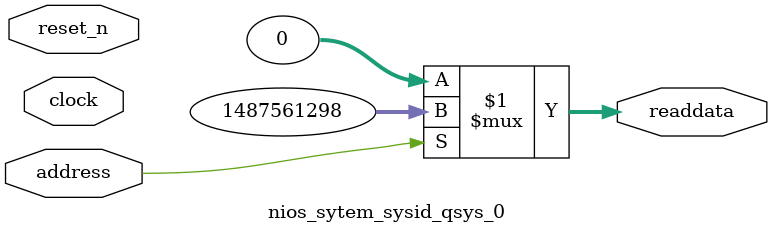
<source format=v>



// synthesis translate_off
`timescale 1ns / 1ps
// synthesis translate_on

// turn off superfluous verilog processor warnings 
// altera message_level Level1 
// altera message_off 10034 10035 10036 10037 10230 10240 10030 

module nios_sytem_sysid_qsys_0 (
               // inputs:
                address,
                clock,
                reset_n,

               // outputs:
                readdata
             )
;

  output  [ 31: 0] readdata;
  input            address;
  input            clock;
  input            reset_n;

  wire    [ 31: 0] readdata;
  //control_slave, which is an e_avalon_slave
  assign readdata = address ? 1487561298 : 0;

endmodule




</source>
